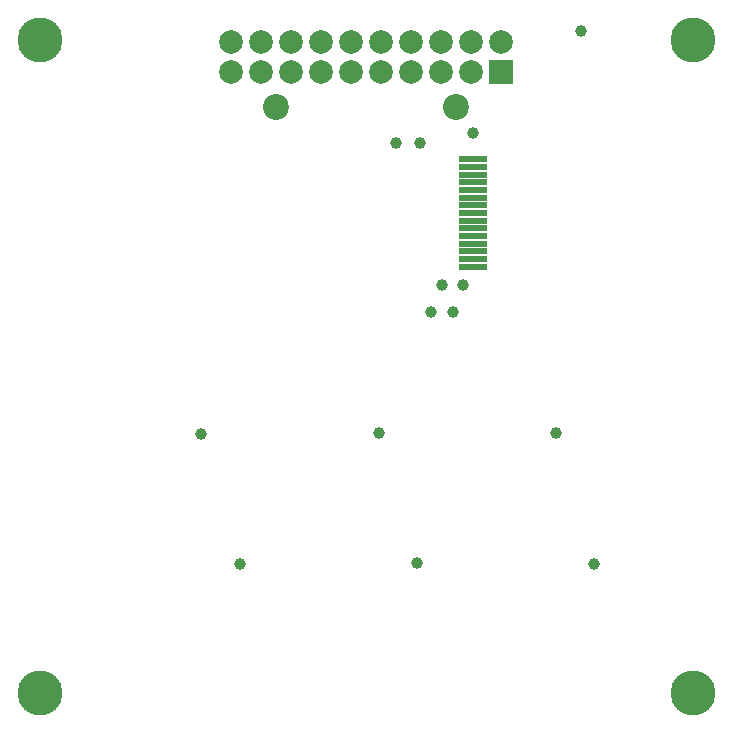
<source format=gbs>
%FSLAX43Y43*%
%MOMM*%
G71*
G01*
G75*
G04 Layer_Color=16711935*
%ADD10R,1.500X1.350*%
%ADD11R,0.650X0.800*%
%ADD12R,0.762X0.762*%
%ADD13R,0.600X0.900*%
%ADD14R,1.200X1.200*%
%ADD15R,1.400X0.600*%
%ADD16R,0.400X0.400*%
%ADD17R,0.900X0.600*%
%ADD18R,2.250X1.000*%
%ADD19R,0.800X0.650*%
%ADD20C,0.200*%
%ADD21C,0.250*%
%ADD22C,1.800*%
%ADD23R,1.800X1.800*%
%ADD24C,2.000*%
%ADD25C,3.600*%
%ADD26C,0.550*%
%ADD27R,2.200X0.350*%
%ADD28C,0.800*%
%ADD29C,0.100*%
%ADD30C,0.254*%
%ADD31R,2.100X2.100*%
%ADD32R,1.700X1.550*%
%ADD33R,0.850X1.000*%
%ADD34R,0.962X0.962*%
%ADD35R,0.800X1.100*%
%ADD36R,1.400X1.400*%
%ADD37R,1.600X0.800*%
%ADD38R,0.600X0.600*%
%ADD39R,1.100X0.800*%
%ADD40R,2.450X1.200*%
%ADD41R,1.000X0.850*%
%ADD42C,2.000*%
%ADD43R,2.000X2.000*%
%ADD44C,2.200*%
%ADD45C,3.800*%
%ADD46R,2.400X0.550*%
%ADD47C,1.000*%
D42*
X41430Y57470D02*
D03*
X36350Y54930D02*
D03*
Y57470D02*
D03*
X38890D02*
D03*
Y54930D02*
D03*
X18570Y57470D02*
D03*
X21110D02*
D03*
Y54930D02*
D03*
X28730Y57470D02*
D03*
X26190Y54930D02*
D03*
Y57470D02*
D03*
X23650D02*
D03*
X28730Y54930D02*
D03*
X23650D02*
D03*
X31270D02*
D03*
X33810Y57470D02*
D03*
Y54930D02*
D03*
X31270Y57470D02*
D03*
X18570Y54930D02*
D03*
D43*
X41430D02*
D03*
D44*
X22380Y52000D02*
D03*
X37620D02*
D03*
D45*
X2350Y57650D02*
D03*
X57650D02*
D03*
X2350Y2350D02*
D03*
X57650D02*
D03*
D46*
X39000Y47550D02*
D03*
Y46900D02*
D03*
Y46250D02*
D03*
Y45600D02*
D03*
Y44950D02*
D03*
Y44300D02*
D03*
Y43650D02*
D03*
Y43000D02*
D03*
Y42350D02*
D03*
Y41700D02*
D03*
Y41050D02*
D03*
Y40400D02*
D03*
Y39750D02*
D03*
Y39100D02*
D03*
Y38450D02*
D03*
D47*
X39025Y49750D02*
D03*
X34540Y48900D02*
D03*
X48175Y58425D02*
D03*
X38192Y36900D02*
D03*
X36393D02*
D03*
X37293Y34600D02*
D03*
X35498Y34605D02*
D03*
X32540Y48900D02*
D03*
X16025Y24300D02*
D03*
X31048Y24400D02*
D03*
X46048D02*
D03*
X49300Y13300D02*
D03*
X34275Y13325D02*
D03*
X19275Y13300D02*
D03*
M02*

</source>
